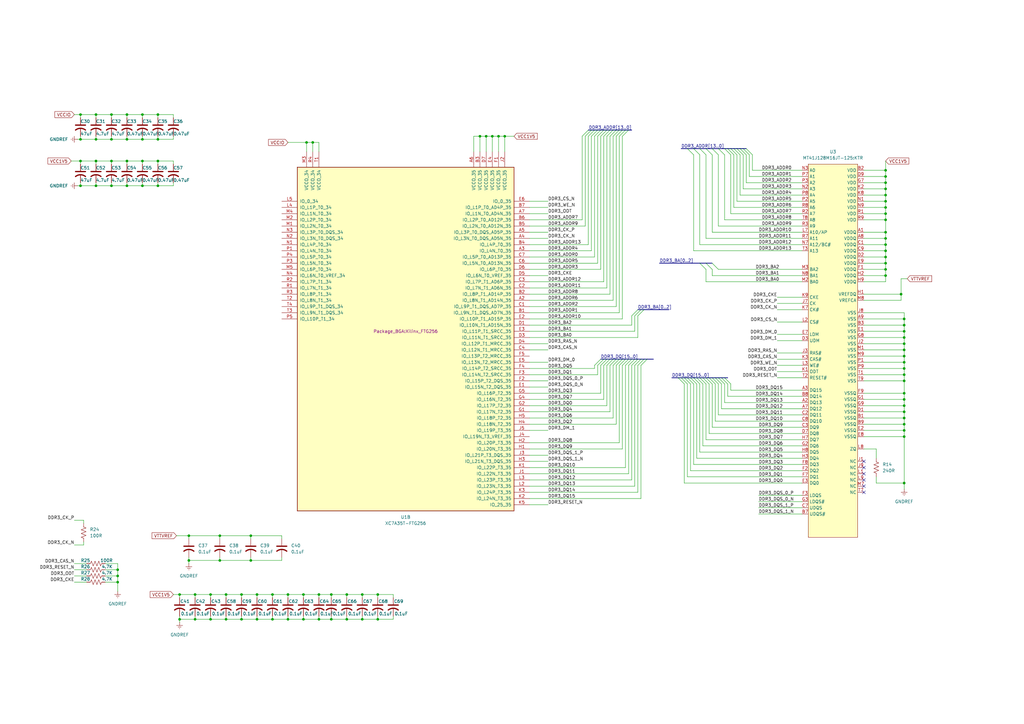
<source format=kicad_sch>
(kicad_sch (version 20250114) (generator "eeschema") (generator_version "9.0")
  (paper "A3")
  (junction (at 102.87 229.87))
  (junction (at 33.02 76.2))
  (junction (at 363.22 90.17))
  (junction (at 370.84 161.29))
  (junction (at 370.84 171.45))
  (junction (at 363.22 74.93))
  (junction (at 363.22 69.85))
  (junction (at 207.01 55.88))
  (junction (at 148.59 254))
  (junction (at 363.22 80.01))
  (junction (at 363.22 107.95))
  (junction (at 196.85 55.88))
  (junction (at 77.47 229.87))
  (junction (at 370.84 168.91))
  (junction (at 52.07 76.2))
  (junction (at 99.06 254))
  (junction (at 370.84 140.97))
  (junction (at 92.71 243.84))
  (junction (at 370.84 166.37))
  (junction (at 370.84 135.89))
  (junction (at 99.06 243.84))
  (junction (at 363.22 97.79))
  (junction (at 363.22 102.87))
  (junction (at 125.73 58.42))
  (junction (at 92.71 254))
  (junction (at 370.84 173.99))
  (junction (at 90.17 229.87))
  (junction (at 45.72 46.99))
  (junction (at 80.01 243.84))
  (junction (at 370.84 146.05))
  (junction (at 33.02 66.04))
  (junction (at 73.66 254))
  (junction (at 201.93 55.88))
  (junction (at 111.76 243.84))
  (junction (at 48.26 236.22))
  (junction (at 39.37 57.15))
  (junction (at 148.59 243.84))
  (junction (at 58.42 46.99))
  (junction (at 45.72 57.15))
  (junction (at 204.47 55.88))
  (junction (at 154.94 254))
  (junction (at 128.27 58.42))
  (junction (at 33.02 46.99))
  (junction (at 142.24 254))
  (junction (at 48.26 233.68))
  (junction (at 363.22 85.09))
  (junction (at 33.02 57.15))
  (junction (at 363.22 77.47))
  (junction (at 39.37 66.04))
  (junction (at 86.36 243.84))
  (junction (at 135.89 243.84))
  (junction (at 105.41 243.84))
  (junction (at 363.22 82.55))
  (junction (at 52.07 57.15))
  (junction (at 370.84 151.13))
  (junction (at 118.11 254))
  (junction (at 102.87 219.71))
  (junction (at 142.24 243.84))
  (junction (at 64.77 66.04))
  (junction (at 370.84 133.35))
  (junction (at 64.77 76.2))
  (junction (at 363.22 110.49))
  (junction (at 130.81 254))
  (junction (at 105.41 254))
  (junction (at 370.84 148.59))
  (junction (at 370.84 176.53))
  (junction (at 130.81 243.84))
  (junction (at 363.22 87.63))
  (junction (at 124.46 243.84))
  (junction (at 39.37 46.99))
  (junction (at 52.07 66.04))
  (junction (at 64.77 57.15))
  (junction (at 370.84 156.21))
  (junction (at 52.07 46.99))
  (junction (at 370.84 163.83))
  (junction (at 363.22 113.03))
  (junction (at 77.47 219.71))
  (junction (at 154.94 243.84))
  (junction (at 45.72 76.2))
  (junction (at 370.84 198.12))
  (junction (at 80.01 254))
  (junction (at 45.72 66.04))
  (junction (at 370.84 143.51))
  (junction (at 48.26 238.76))
  (junction (at 39.37 76.2))
  (junction (at 363.22 100.33))
  (junction (at 369.57 120.65))
  (junction (at 370.84 138.43))
  (junction (at 135.89 254))
  (junction (at 370.84 130.81))
  (junction (at 370.84 153.67))
  (junction (at 363.22 105.41))
  (junction (at 370.84 179.07))
  (junction (at 58.42 57.15))
  (junction (at 73.66 243.84))
  (junction (at 118.11 243.84))
  (junction (at 363.22 72.39))
  (junction (at 58.42 66.04))
  (junction (at 58.42 76.2))
  (junction (at 86.36 254))
  (junction (at 363.22 95.25))
  (junction (at 199.39 55.88))
  (junction (at 90.17 219.71))
  (junction (at 111.76 254))
  (junction (at 124.46 254))
  (junction (at 64.77 46.99))
  (no_connect (at 354.33 196.85))
  (no_connect (at 354.33 189.23))
  (no_connect (at 354.33 201.93))
  (no_connect (at 354.33 191.77))
  (no_connect (at 354.33 194.31))
  (no_connect (at 354.33 199.39))
  (bus_entry (at 285.75 154.94) (size 2.54 2.54))
  (bus_entry (at 254 53.34) (size -2.54 2.54))
  (bus_entry (at 261.62 127) (size -2.54 2.54))
  (bus_entry (at 247.65 53.34) (size -2.54 2.54))
  (bus_entry (at 251.46 147.32) (size -2.54 2.54))
  (bus_entry (at 242.57 53.34) (size -2.54 2.54))
  (bus_entry (at 299.72 60.96) (size 2.54 2.54))
  (bus_entry (at 264.16 147.32) (size -2.54 2.54))
  (bus_entry (at 306.07 60.96) (size 2.54 2.54))
  (bus_entry (at 300.99 60.96) (size 2.54 2.54))
  (bus_entry (at 284.48 154.94) (size 2.54 2.54))
  (bus_entry (at 250.19 53.34) (size -2.54 2.54))
  (bus_entry (at 292.1 60.96) (size 2.54 2.54))
  (bus_entry (at 251.46 53.34) (size -2.54 2.54))
  (bus_entry (at 264.16 127) (size -2.54 2.54))
  (bus_entry (at 256.54 147.32) (size -2.54 2.54))
  (bus_entry (at 246.38 147.32) (size -2.54 2.54))
  (bus_entry (at 245.11 53.34) (size -2.54 2.54))
  (bus_entry (at 243.84 53.34) (size -2.54 2.54))
  (bus_entry (at 262.89 127) (size -2.54 2.54))
  (bus_entry (at 283.21 154.94) (size 2.54 2.54))
  (bus_entry (at 287.02 60.96) (size 2.54 2.54))
  (bus_entry (at 281.94 154.94) (size 2.54 2.54))
  (bus_entry (at 255.27 53.34) (size -2.54 2.54))
  (bus_entry (at 289.56 107.95) (size 2.54 2.54))
  (bus_entry (at 293.37 154.94) (size 2.54 2.54))
  (bus_entry (at 303.53 60.96) (size 2.54 2.54))
  (bus_entry (at 250.19 147.32) (size -2.54 2.54))
  (bus_entry (at 262.89 147.32) (size -2.54 2.54))
  (bus_entry (at 302.26 60.96) (size 2.54 2.54))
  (bus_entry (at 294.64 60.96) (size 2.54 2.54))
  (bus_entry (at 292.1 107.95) (size 2.54 2.54))
  (bus_entry (at 298.45 60.96) (size 2.54 2.54))
  (bus_entry (at 289.56 154.94) (size 2.54 2.54))
  (bus_entry (at 252.73 53.34) (size -2.54 2.54))
  (bus_entry (at 290.83 154.94) (size 2.54 2.54))
  (bus_entry (at 265.43 147.32) (size -2.54 2.54))
  (bus_entry (at 248.92 147.32) (size -2.54 2.54))
  (bus_entry (at 255.27 147.32) (size -2.54 2.54))
  (bus_entry (at 294.64 154.94) (size 2.54 2.54))
  (bus_entry (at 248.92 53.34) (size -2.54 2.54))
  (bus_entry (at 284.48 60.96) (size 2.54 2.54))
  (bus_entry (at 279.4 154.94) (size 2.54 2.54))
  (bus_entry (at 260.35 147.32) (size -2.54 2.54))
  (bus_entry (at 289.56 60.96) (size 2.54 2.54))
  (bus_entry (at 297.18 154.94) (size 2.54 2.54))
  (bus_entry (at 241.3 53.34) (size -2.54 2.54))
  (bus_entry (at 278.13 154.94) (size 2.54 2.54))
  (bus_entry (at 252.73 147.32) (size -2.54 2.54))
  (bus_entry (at 256.54 53.34) (size -2.54 2.54))
  (bus_entry (at 254 147.32) (size -2.54 2.54))
  (bus_entry (at 297.18 60.96) (size 2.54 2.54))
  (bus_entry (at 287.02 107.95) (size 2.54 2.54))
  (bus_entry (at 247.65 147.32) (size -2.54 2.54))
  (bus_entry (at 295.91 154.94) (size 2.54 2.54))
  (bus_entry (at 292.1 154.94) (size 2.54 2.54))
  (bus_entry (at 257.81 53.34) (size -2.54 2.54))
  (bus_entry (at 281.94 60.96) (size 2.54 2.54))
  (bus_entry (at 280.67 154.94) (size 2.54 2.54))
  (bus_entry (at 287.02 154.94) (size 2.54 2.54))
  (bus_entry (at 259.08 147.32) (size -2.54 2.54))
  (bus_entry (at 261.62 147.32) (size -2.54 2.54))
  (bus_entry (at 304.8 60.96) (size 2.54 2.54))
  (bus_entry (at 246.38 53.34) (size -2.54 2.54))
  (bus_entry (at 288.29 154.94) (size 2.54 2.54))
  (bus_entry (at 257.81 147.32) (size -2.54 2.54))
  (wire (pts (xy 77.47 229.87) (xy 77.47 231.14)))
  (bus (pts (xy 279.4 60.96) (xy 281.94 60.96)))
  (wire (pts (xy 260.35 129.54) (xy 260.35 135.89)))
  (wire (pts (xy 64.77 57.15) (xy 58.42 57.15)))
  (wire (pts (xy 298.45 162.56) (xy 328.93 162.56)))
  (wire (pts (xy 99.06 243.84) (xy 92.71 243.84)))
  (wire (pts (xy 80.01 254) (xy 86.36 254)))
  (wire (pts (xy 354.33 69.85) (xy 363.22 69.85)))
  (wire (pts (xy 363.22 107.95) (xy 363.22 105.41)))
  (bus (pts (xy 281.94 60.96) (xy 284.48 60.96)))
  (wire (pts (xy 363.22 72.39) (xy 363.22 69.85)))
  (wire (pts (xy 58.42 46.99) (xy 64.77 46.99)))
  (wire (pts (xy 354.33 143.51) (xy 370.84 143.51)))
  (bus (pts (xy 254 147.32) (xy 255.27 147.32)))
  (bus (pts (xy 256.54 147.32) (xy 257.81 147.32)))
  (wire (pts (xy 283.21 193.04) (xy 328.93 193.04)))
  (wire (pts (xy 71.12 66.04) (xy 64.77 66.04)))
  (wire (pts (xy 354.33 140.97) (xy 370.84 140.97)))
  (wire (pts (xy 261.62 129.54) (xy 261.62 138.43)))
  (wire (pts (xy 71.12 67.31) (xy 71.12 66.04)))
  (wire (pts (xy 217.17 87.63) (xy 224.79 87.63)))
  (wire (pts (xy 125.73 58.42) (xy 125.73 62.23)))
  (wire (pts (xy 43.18 236.22) (xy 48.26 236.22)))
  (wire (pts (xy 300.99 63.5) (xy 300.99 85.09)))
  (wire (pts (xy 58.42 66.04) (xy 64.77 66.04)))
  (wire (pts (xy 293.37 157.48) (xy 293.37 172.72)))
  (wire (pts (xy 318.77 149.86) (xy 328.93 149.86)))
  (wire (pts (xy 354.33 153.67) (xy 370.84 153.67)))
  (wire (pts (xy 48.26 238.76) (xy 48.26 242.57)))
  (wire (pts (xy 283.21 157.48) (xy 283.21 193.04)))
  (wire (pts (xy 217.17 191.77) (xy 256.54 191.77)))
  (bus (pts (xy 259.08 147.32) (xy 260.35 147.32)))
  (wire (pts (xy 295.91 157.48) (xy 295.91 167.64)))
  (wire (pts (xy 217.17 110.49) (xy 246.38 110.49)))
  (bus (pts (xy 297.18 60.96) (xy 298.45 60.96)))
  (wire (pts (xy 370.84 130.81) (xy 370.84 133.35)))
  (wire (pts (xy 45.72 74.93) (xy 45.72 76.2)))
  (wire (pts (xy 92.71 254) (xy 99.06 254)))
  (wire (pts (xy 304.8 63.5) (xy 304.8 77.47)))
  (wire (pts (xy 111.76 254) (xy 118.11 254)))
  (wire (pts (xy 217.17 143.51) (xy 224.79 143.51)))
  (wire (pts (xy 77.47 220.98) (xy 77.47 219.71)))
  (wire (pts (xy 295.91 167.64) (xy 328.93 167.64)))
  (wire (pts (xy 80.01 252.73) (xy 80.01 254)))
  (bus (pts (xy 247.65 53.34) (xy 248.92 53.34)))
  (wire (pts (xy 45.72 76.2) (xy 39.37 76.2)))
  (bus (pts (xy 255.27 53.34) (xy 256.54 53.34)))
  (bus (pts (xy 287.02 60.96) (xy 289.56 60.96)))
  (wire (pts (xy 354.33 135.89) (xy 370.84 135.89)))
  (wire (pts (xy 58.42 57.15) (xy 52.07 57.15)))
  (wire (pts (xy 307.34 63.5) (xy 307.34 72.39)))
  (wire (pts (xy 217.17 151.13) (xy 243.84 151.13)))
  (wire (pts (xy 217.17 118.11) (xy 248.92 118.11)))
  (wire (pts (xy 363.22 82.55) (xy 363.22 80.01)))
  (wire (pts (xy 354.33 168.91) (xy 370.84 168.91)))
  (wire (pts (xy 370.84 156.21) (xy 370.84 161.29)))
  (wire (pts (xy 289.56 180.34) (xy 328.93 180.34)))
  (wire (pts (xy 354.33 72.39) (xy 363.22 72.39)))
  (wire (pts (xy 105.41 254) (xy 111.76 254)))
  (wire (pts (xy 217.17 194.31) (xy 257.81 194.31)))
  (wire (pts (xy 245.11 55.88) (xy 245.11 107.95)))
  (wire (pts (xy 307.34 72.39) (xy 328.93 72.39)))
  (wire (pts (xy 255.27 149.86) (xy 255.27 184.15)))
  (wire (pts (xy 363.22 110.49) (xy 363.22 107.95)))
  (wire (pts (xy 288.29 182.88) (xy 328.93 182.88)))
  (wire (pts (xy 102.87 219.71) (xy 90.17 219.71)))
  (wire (pts (xy 30.48 236.22) (xy 35.56 236.22)))
  (wire (pts (xy 71.12 57.15) (xy 64.77 57.15)))
  (wire (pts (xy 64.77 66.04) (xy 64.77 67.31)))
  (wire (pts (xy 280.67 157.48) (xy 280.67 198.12)))
  (bus (pts (xy 252.73 147.32) (xy 254 147.32)))
  (wire (pts (xy 354.33 100.33) (xy 363.22 100.33)))
  (wire (pts (xy 52.07 57.15) (xy 45.72 57.15)))
  (wire (pts (xy 287.02 63.5) (xy 287.02 100.33)))
  (wire (pts (xy 298.45 157.48) (xy 298.45 162.56)))
  (wire (pts (xy 39.37 76.2) (xy 33.02 76.2)))
  (wire (pts (xy 58.42 46.99) (xy 58.42 48.26)))
  (wire (pts (xy 207.01 55.88) (xy 207.01 62.23)))
  (wire (pts (xy 154.94 243.84) (xy 154.94 245.11)))
  (bus (pts (xy 295.91 154.94) (xy 297.18 154.94)))
  (wire (pts (xy 111.76 243.84) (xy 111.76 245.11)))
  (bus (pts (xy 293.37 154.94) (xy 294.64 154.94)))
  (wire (pts (xy 281.94 195.58) (xy 328.93 195.58)))
  (wire (pts (xy 43.18 233.68) (xy 48.26 233.68)))
  (wire (pts (xy 102.87 228.6) (xy 102.87 229.87)))
  (wire (pts (xy 217.17 133.35) (xy 259.08 133.35)))
  (wire (pts (xy 363.22 95.25) (xy 363.22 90.17)))
  (bus (pts (xy 261.62 147.32) (xy 262.89 147.32)))
  (wire (pts (xy 354.33 113.03) (xy 363.22 113.03)))
  (wire (pts (xy 73.66 243.84) (xy 71.12 243.84)))
  (bus (pts (xy 294.64 154.94) (xy 295.91 154.94)))
  (wire (pts (xy 303.53 63.5) (xy 303.53 80.01)))
  (wire (pts (xy 354.33 74.93) (xy 363.22 74.93)))
  (wire (pts (xy 33.02 74.93) (xy 33.02 76.2)))
  (wire (pts (xy 289.56 63.5) (xy 289.56 97.79)))
  (wire (pts (xy 294.64 92.71) (xy 328.93 92.71)))
  (wire (pts (xy 128.27 62.23) (xy 128.27 58.42)))
  (wire (pts (xy 354.33 120.65) (xy 369.57 120.65)))
  (wire (pts (xy 217.17 105.41) (xy 243.84 105.41)))
  (wire (pts (xy 154.94 254) (xy 161.29 254)))
  (wire (pts (xy 255.27 55.88) (xy 255.27 130.81)))
  (wire (pts (xy 105.41 243.84) (xy 99.06 243.84)))
  (bus (pts (xy 303.53 60.96) (xy 304.8 60.96)))
  (bus (pts (xy 261.62 127) (xy 262.89 127)))
  (wire (pts (xy 354.33 163.83) (xy 370.84 163.83)))
  (bus (pts (xy 279.4 154.94) (xy 280.67 154.94)))
  (wire (pts (xy 217.17 107.95) (xy 245.11 107.95)))
  (wire (pts (xy 363.22 69.85) (xy 363.22 66.04)))
  (wire (pts (xy 45.72 55.88) (xy 45.72 57.15)))
  (wire (pts (xy 90.17 220.98) (xy 90.17 219.71)))
  (wire (pts (xy 217.17 148.59) (xy 224.79 148.59)))
  (wire (pts (xy 306.07 74.93) (xy 328.93 74.93)))
  (wire (pts (xy 299.72 63.5) (xy 299.72 87.63)))
  (wire (pts (xy 241.3 55.88) (xy 241.3 100.33)))
  (wire (pts (xy 370.84 146.05) (xy 370.84 148.59)))
  (wire (pts (xy 290.83 177.8) (xy 328.93 177.8)))
  (wire (pts (xy 142.24 243.84) (xy 135.89 243.84)))
  (wire (pts (xy 217.17 186.69) (xy 224.79 186.69)))
  (bus (pts (xy 287.02 154.94) (xy 288.29 154.94)))
  (wire (pts (xy 210.82 55.88) (xy 207.01 55.88)))
  (wire (pts (xy 33.02 55.88) (xy 33.02 57.15)))
  (wire (pts (xy 240.03 55.88) (xy 240.03 92.71)))
  (bus (pts (xy 248.92 147.32) (xy 250.19 147.32)))
  (bus (pts (xy 297.18 154.94) (xy 298.45 154.94)))
  (wire (pts (xy 370.84 179.07) (xy 370.84 198.12)))
  (wire (pts (xy 124.46 252.73) (xy 124.46 254)))
  (wire (pts (xy 354.33 77.47) (xy 363.22 77.47)))
  (wire (pts (xy 43.18 231.14) (xy 48.26 231.14)))
  (bus (pts (xy 257.81 53.34) (xy 259.08 53.34)))
  (wire (pts (xy 354.33 151.13) (xy 370.84 151.13)))
  (bus (pts (xy 285.75 154.94) (xy 287.02 154.94)))
  (wire (pts (xy 201.93 55.88) (xy 201.93 62.23)))
  (wire (pts (xy 297.18 90.17) (xy 328.93 90.17)))
  (wire (pts (xy 370.84 198.12) (xy 359.41 198.12)))
  (wire (pts (xy 370.84 161.29) (xy 370.84 163.83)))
  (bus (pts (xy 270.51 107.95) (xy 287.02 107.95)))
  (wire (pts (xy 148.59 254) (xy 154.94 254)))
  (wire (pts (xy 204.47 55.88) (xy 204.47 62.23)))
  (wire (pts (xy 299.72 160.02) (xy 328.93 160.02)))
  (wire (pts (xy 39.37 46.99) (xy 45.72 46.99)))
  (bus (pts (xy 243.84 53.34) (xy 245.11 53.34)))
  (wire (pts (xy 302.26 82.55) (xy 328.93 82.55)))
  (wire (pts (xy 92.71 243.84) (xy 86.36 243.84)))
  (wire (pts (xy 289.56 115.57) (xy 328.93 115.57)))
  (wire (pts (xy 370.84 176.53) (xy 370.84 179.07)))
  (wire (pts (xy 354.33 156.21) (xy 370.84 156.21)))
  (wire (pts (xy 354.33 173.99) (xy 370.84 173.99)))
  (wire (pts (xy 39.37 55.88) (xy 39.37 57.15)))
  (wire (pts (xy 34.29 214.63) (xy 34.29 213.36)))
  (bus (pts (xy 241.3 53.34) (xy 242.57 53.34)))
  (wire (pts (xy 217.17 199.39) (xy 260.35 199.39)))
  (wire (pts (xy 246.38 55.88) (xy 246.38 110.49)))
  (wire (pts (xy 201.93 55.88) (xy 199.39 55.88)))
  (bus (pts (xy 284.48 154.94) (xy 285.75 154.94)))
  (bus (pts (xy 300.99 60.96) (xy 302.26 60.96)))
  (wire (pts (xy 370.84 173.99) (xy 370.84 176.53)))
  (wire (pts (xy 148.59 252.73) (xy 148.59 254)))
  (wire (pts (xy 308.61 69.85) (xy 328.93 69.85)))
  (wire (pts (xy 306.07 63.5) (xy 306.07 74.93)))
  (wire (pts (xy 318.77 137.16) (xy 328.93 137.16)))
  (wire (pts (xy 217.17 171.45) (xy 251.46 171.45)))
  (wire (pts (xy 217.17 90.17) (xy 238.76 90.17)))
  (wire (pts (xy 217.17 115.57) (xy 247.65 115.57)))
  (wire (pts (xy 354.33 179.07) (xy 370.84 179.07)))
  (wire (pts (xy 142.24 254) (xy 148.59 254)))
  (wire (pts (xy 250.19 149.86) (xy 250.19 168.91)))
  (wire (pts (xy 370.84 128.27) (xy 370.84 130.81)))
  (wire (pts (xy 370.84 143.51) (xy 370.84 146.05)))
  (wire (pts (xy 363.22 102.87) (xy 363.22 100.33)))
  (wire (pts (xy 311.15 208.28) (xy 328.93 208.28)))
  (wire (pts (xy 257.81 149.86) (xy 257.81 194.31)))
  (wire (pts (xy 217.17 82.55) (xy 224.79 82.55)))
  (wire (pts (xy 354.33 148.59) (xy 370.84 148.59)))
  (wire (pts (xy 354.33 115.57) (xy 363.22 115.57)))
  (wire (pts (xy 354.33 85.09) (xy 363.22 85.09)))
  (wire (pts (xy 92.71 243.84) (xy 92.71 245.11)))
  (wire (pts (xy 58.42 74.93) (xy 58.42 76.2)))
  (wire (pts (xy 294.64 110.49) (xy 328.93 110.49)))
  (wire (pts (xy 111.76 252.73) (xy 111.76 254)))
  (wire (pts (xy 52.07 76.2) (xy 45.72 76.2)))
  (wire (pts (xy 363.22 115.57) (xy 363.22 113.03)))
  (wire (pts (xy 58.42 66.04) (xy 58.42 67.31)))
  (wire (pts (xy 90.17 228.6) (xy 90.17 229.87)))
  (wire (pts (xy 118.11 243.84) (xy 111.76 243.84)))
  (wire (pts (xy 90.17 229.87) (xy 77.47 229.87)))
  (wire (pts (xy 217.17 181.61) (xy 254 181.61)))
  (wire (pts (xy 217.17 138.43) (xy 261.62 138.43)))
  (wire (pts (xy 289.56 110.49) (xy 289.56 115.57)))
  (wire (pts (xy 370.84 166.37) (xy 370.84 168.91)))
  (wire (pts (xy 359.41 198.12) (xy 359.41 195.58)))
  (wire (pts (xy 294.64 63.5) (xy 294.64 92.71)))
  (wire (pts (xy 297.18 157.48) (xy 297.18 165.1)))
  (bus (pts (xy 278.13 154.94) (xy 279.4 154.94)))
  (bus (pts (xy 250.19 147.32) (xy 251.46 147.32)))
  (wire (pts (xy 199.39 55.88) (xy 196.85 55.88)))
  (wire (pts (xy 217.17 173.99) (xy 252.73 173.99)))
  (wire (pts (xy 370.84 148.59) (xy 370.84 151.13)))
  (wire (pts (xy 217.17 92.71) (xy 240.03 92.71)))
  (wire (pts (xy 354.33 102.87) (xy 363.22 102.87)))
  (wire (pts (xy 217.17 128.27) (xy 254 128.27)))
  (wire (pts (xy 33.02 76.2) (xy 31.75 76.2)))
  (wire (pts (xy 48.26 233.68) (xy 48.26 236.22)))
  (wire (pts (xy 148.59 243.84) (xy 142.24 243.84)))
  (wire (pts (xy 33.02 46.99) (xy 33.02 48.26)))
  (wire (pts (xy 243.84 149.86) (xy 243.84 151.13)))
  (wire (pts (xy 102.87 219.71) (xy 102.87 220.98)))
  (bus (pts (xy 255.27 147.32) (xy 256.54 147.32)))
  (wire (pts (xy 217.17 189.23) (xy 224.79 189.23)))
  (wire (pts (xy 86.36 252.73) (xy 86.36 254)))
  (wire (pts (xy 105.41 252.73) (xy 105.41 254)))
  (wire (pts (xy 254 149.86) (xy 254 181.61)))
  (wire (pts (xy 217.17 161.29) (xy 246.38 161.29)))
  (wire (pts (xy 292.1 175.26) (xy 328.93 175.26)))
  (wire (pts (xy 293.37 172.72) (xy 328.93 172.72)))
  (wire (pts (xy 370.84 198.12) (xy 370.84 200.66)))
  (wire (pts (xy 354.33 80.01) (xy 363.22 80.01)))
  (wire (pts (xy 304.8 77.47) (xy 328.93 77.47)))
  (wire (pts (xy 45.72 66.04) (xy 52.07 66.04)))
  (bus (pts (xy 299.72 60.96) (xy 300.99 60.96)))
  (wire (pts (xy 204.47 55.88) (xy 201.93 55.88)))
  (bus (pts (xy 298.45 60.96) (xy 299.72 60.96)))
  (wire (pts (xy 251.46 149.86) (xy 251.46 171.45)))
  (wire (pts (xy 297.18 63.5) (xy 297.18 90.17)))
  (wire (pts (xy 80.01 243.84) (xy 80.01 245.11)))
  (wire (pts (xy 217.17 156.21) (xy 224.79 156.21)))
  (wire (pts (xy 128.27 58.42) (xy 125.73 58.42)))
  (wire (pts (xy 261.62 149.86) (xy 261.62 201.93)))
  (wire (pts (xy 248.92 55.88) (xy 248.92 118.11)))
  (bus (pts (xy 245.11 53.34) (xy 246.38 53.34)))
  (wire (pts (xy 370.84 135.89) (xy 370.84 138.43)))
  (wire (pts (xy 292.1 110.49) (xy 292.1 113.03)))
  (wire (pts (xy 217.17 95.25) (xy 224.79 95.25)))
  (wire (pts (xy 288.29 157.48) (xy 288.29 182.88)))
  (wire (pts (xy 370.84 140.97) (xy 370.84 143.51)))
  (wire (pts (xy 86.36 243.84) (xy 86.36 245.11)))
  (wire (pts (xy 318.77 139.7) (xy 328.93 139.7)))
  (wire (pts (xy 52.07 66.04) (xy 58.42 66.04)))
  (wire (pts (xy 250.19 55.88) (xy 250.19 120.65)))
  (bus (pts (xy 283.21 154.94) (xy 284.48 154.94)))
  (wire (pts (xy 124.46 243.84) (xy 124.46 245.11)))
  (wire (pts (xy 363.22 97.79) (xy 363.22 95.25)))
  (wire (pts (xy 285.75 157.48) (xy 285.75 187.96)))
  (wire (pts (xy 369.57 120.65) (xy 369.57 114.3)))
  (wire (pts (xy 154.94 252.73) (xy 154.94 254)))
  (wire (pts (xy 73.66 252.73) (xy 73.66 254)))
  (bus (pts (xy 246.38 53.34) (xy 247.65 53.34)))
  (wire (pts (xy 71.12 46.99) (xy 64.77 46.99)))
  (wire (pts (xy 199.39 55.88) (xy 199.39 62.23)))
  (bus (pts (xy 242.57 53.34) (xy 243.84 53.34)))
  (wire (pts (xy 354.33 82.55) (xy 363.22 82.55)))
  (wire (pts (xy 30.48 231.14) (xy 35.56 231.14)))
  (wire (pts (xy 48.26 236.22) (xy 48.26 238.76)))
  (wire (pts (xy 217.17 153.67) (xy 245.11 153.67)))
  (wire (pts (xy 71.12 74.93) (xy 71.12 76.2)))
  (wire (pts (xy 354.33 107.95) (xy 363.22 107.95)))
  (wire (pts (xy 318.77 121.92) (xy 328.93 121.92)))
  (wire (pts (xy 281.94 157.48) (xy 281.94 195.58)))
  (wire (pts (xy 217.17 201.93) (xy 261.62 201.93)))
  (wire (pts (xy 262.89 149.86) (xy 262.89 204.47)))
  (wire (pts (xy 217.17 120.65) (xy 250.19 120.65)))
  (wire (pts (xy 142.24 243.84) (xy 142.24 245.11)))
  (wire (pts (xy 111.76 243.84) (xy 105.41 243.84)))
  (wire (pts (xy 369.57 114.3) (xy 372.11 114.3)))
  (bus (pts (xy 264.16 127) (xy 274.32 127)))
  (wire (pts (xy 363.22 77.47) (xy 363.22 74.93)))
  (wire (pts (xy 130.81 252.73) (xy 130.81 254)))
  (wire (pts (xy 52.07 46.99) (xy 58.42 46.99)))
  (wire (pts (xy 73.66 243.84) (xy 73.66 245.11)))
  (bus (pts (xy 289.56 60.96) (xy 292.1 60.96)))
  (wire (pts (xy 118.11 252.73) (xy 118.11 254)))
  (wire (pts (xy 33.02 57.15) (xy 31.75 57.15)))
  (wire (pts (xy 48.26 231.14) (xy 48.26 233.68)))
  (wire (pts (xy 217.17 125.73) (xy 252.73 125.73)))
  (wire (pts (xy 217.17 163.83) (xy 247.65 163.83)))
  (wire (pts (xy 354.33 110.49) (xy 363.22 110.49)))
  (wire (pts (xy 354.33 97.79) (xy 363.22 97.79)))
  (wire (pts (xy 363.22 105.41) (xy 363.22 102.87)))
  (wire (pts (xy 217.17 140.97) (xy 224.79 140.97)))
  (wire (pts (xy 302.26 63.5) (xy 302.26 82.55)))
  (wire (pts (xy 124.46 243.84) (xy 118.11 243.84)))
  (wire (pts (xy 354.33 133.35) (xy 370.84 133.35)))
  (wire (pts (xy 99.06 254) (xy 105.41 254)))
  (wire (pts (xy 135.89 243.84) (xy 135.89 245.11)))
  (bus (pts (xy 262.89 127) (xy 264.16 127)))
  (wire (pts (xy 217.17 130.81) (xy 255.27 130.81)))
  (wire (pts (xy 363.22 74.93) (xy 363.22 72.39)))
  (wire (pts (xy 118.11 58.42) (xy 125.73 58.42)))
  (wire (pts (xy 52.07 55.88) (xy 52.07 57.15)))
  (wire (pts (xy 370.84 133.35) (xy 370.84 135.89)))
  (bus (pts (xy 302.26 60.96) (xy 303.53 60.96)))
  (wire (pts (xy 363.22 100.33) (xy 363.22 97.79)))
  (wire (pts (xy 252.73 55.88) (xy 252.73 125.73)))
  (wire (pts (xy 45.72 46.99) (xy 45.72 48.26)))
  (wire (pts (xy 45.72 57.15) (xy 39.37 57.15)))
  (wire (pts (xy 354.33 166.37) (xy 370.84 166.37)))
  (wire (pts (xy 80.01 243.84) (xy 73.66 243.84)))
  (wire (pts (xy 311.15 210.82) (xy 328.93 210.82)))
  (wire (pts (xy 354.33 90.17) (xy 363.22 90.17)))
  (wire (pts (xy 290.83 157.48) (xy 290.83 177.8)))
  (wire (pts (xy 135.89 254) (xy 142.24 254)))
  (wire (pts (xy 287.02 100.33) (xy 328.93 100.33)))
  (bus (pts (xy 252.73 53.34) (xy 254 53.34)))
  (wire (pts (xy 318.77 147.32) (xy 328.93 147.32)))
  (wire (pts (xy 287.02 157.48) (xy 287.02 185.42)))
  (wire (pts (xy 77.47 219.71) (xy 72.39 219.71)))
  (bus (pts (xy 294.64 60.96) (xy 297.18 60.96)))
  (wire (pts (xy 86.36 243.84) (xy 80.01 243.84)))
  (wire (pts (xy 363.22 85.09) (xy 363.22 82.55)))
  (wire (pts (xy 285.75 187.96) (xy 328.93 187.96)))
  (wire (pts (xy 370.84 138.43) (xy 370.84 140.97)))
  (wire (pts (xy 292.1 95.25) (xy 328.93 95.25)))
  (wire (pts (xy 318.77 154.94) (xy 328.93 154.94)))
  (wire (pts (xy 369.57 123.19) (xy 369.57 120.65)))
  (wire (pts (xy 39.37 66.04) (xy 39.37 67.31)))
  (wire (pts (xy 217.17 97.79) (xy 224.79 97.79)))
  (wire (pts (xy 30.48 46.99) (xy 33.02 46.99)))
  (wire (pts (xy 354.33 184.15) (xy 359.41 184.15)))
  (wire (pts (xy 64.77 74.93) (xy 64.77 76.2)))
  (wire (pts (xy 34.29 222.25) (xy 34.29 223.52)))
  (wire (pts (xy 354.33 128.27) (xy 370.84 128.27)))
  (wire (pts (xy 33.02 66.04) (xy 39.37 66.04)))
  (wire (pts (xy 58.42 76.2) (xy 52.07 76.2)))
  (wire (pts (xy 370.84 163.83) (xy 370.84 166.37)))
  (bus (pts (xy 264.16 147.32) (xy 265.43 147.32)))
  (bus (pts (xy 250.19 53.34) (xy 251.46 53.34)))
  (wire (pts (xy 318.77 152.4) (xy 328.93 152.4)))
  (wire (pts (xy 217.17 113.03) (xy 224.79 113.03)))
  (wire (pts (xy 118.11 254) (xy 124.46 254)))
  (wire (pts (xy 299.72 157.48) (xy 299.72 160.02)))
  (wire (pts (xy 294.64 157.48) (xy 294.64 170.18)))
  (wire (pts (xy 130.81 243.84) (xy 130.81 245.11)))
  (wire (pts (xy 354.33 171.45) (xy 370.84 171.45)))
  (bus (pts (xy 284.48 60.96) (xy 287.02 60.96)))
  (wire (pts (xy 77.47 228.6) (xy 77.47 229.87)))
  (wire (pts (xy 52.07 46.99) (xy 52.07 48.26)))
  (wire (pts (xy 217.17 166.37) (xy 248.92 166.37)))
  (wire (pts (xy 217.17 135.89) (xy 260.35 135.89)))
  (wire (pts (xy 254 55.88) (xy 254 128.27)))
  (wire (pts (xy 243.84 55.88) (xy 243.84 105.41)))
  (bus (pts (xy 289.56 107.95) (xy 292.1 107.95)))
  (wire (pts (xy 39.37 66.04) (xy 45.72 66.04)))
  (wire (pts (xy 73.66 254) (xy 73.66 255.27)))
  (wire (pts (xy 45.72 66.04) (xy 45.72 67.31)))
  (bus (pts (xy 257.81 147.32) (xy 259.08 147.32)))
  (wire (pts (xy 52.07 74.93) (xy 52.07 76.2)))
  (wire (pts (xy 105.41 243.84) (xy 105.41 245.11)))
  (wire (pts (xy 242.57 55.88) (xy 242.57 102.87)))
  (bus (pts (xy 290.83 154.94) (xy 292.1 154.94)))
  (bus (pts (xy 280.67 154.94) (xy 281.94 154.94)))
  (wire (pts (xy 45.72 46.99) (xy 52.07 46.99)))
  (wire (pts (xy 260.35 149.86) (xy 260.35 199.39)))
  (wire (pts (xy 161.29 252.73) (xy 161.29 254)))
  (wire (pts (xy 39.37 46.99) (xy 39.37 48.26)))
  (bus (pts (xy 304.8 60.96) (xy 306.07 60.96)))
  (wire (pts (xy 247.65 55.88) (xy 247.65 115.57)))
  (wire (pts (xy 284.48 190.5) (xy 328.93 190.5)))
  (wire (pts (xy 363.22 90.17) (xy 363.22 87.63)))
  (wire (pts (xy 135.89 252.73) (xy 135.89 254)))
  (wire (pts (xy 284.48 157.48) (xy 284.48 190.5)))
  (bus (pts (xy 248.92 53.34) (xy 250.19 53.34)))
  (wire (pts (xy 217.17 168.91) (xy 250.19 168.91)))
  (wire (pts (xy 92.71 252.73) (xy 92.71 254)))
  (bus (pts (xy 281.94 154.94) (xy 283.21 154.94)))
  (wire (pts (xy 318.77 144.78) (xy 328.93 144.78)))
  (wire (pts (xy 251.46 55.88) (xy 251.46 123.19)))
  (wire (pts (xy 280.67 198.12) (xy 328.93 198.12)))
  (wire (pts (xy 148.59 243.84) (xy 148.59 245.11)))
  (wire (pts (xy 115.57 228.6) (xy 115.57 229.87)))
  (bus (pts (xy 254 53.34) (xy 255.27 53.34)))
  (wire (pts (xy 247.65 149.86) (xy 247.65 163.83)))
  (wire (pts (xy 86.36 254) (xy 92.71 254)))
  (wire (pts (xy 217.17 176.53) (xy 224.79 176.53)))
  (wire (pts (xy 64.77 55.88) (xy 64.77 57.15)))
  (wire (pts (xy 308.61 69.85) (xy 308.61 63.5)))
  (wire (pts (xy 34.29 213.36) (xy 30.48 213.36)))
  (wire (pts (xy 33.02 46.99) (xy 39.37 46.99)))
  (wire (pts (xy 354.33 138.43) (xy 370.84 138.43)))
  (wire (pts (xy 354.33 123.19) (xy 369.57 123.19)))
  (wire (pts (xy 130.81 62.23) (xy 130.81 58.42)))
  (bus (pts (xy 251.46 147.32) (xy 252.73 147.32)))
  (bus (pts (xy 260.35 147.32) (xy 261.62 147.32)))
  (bus (pts (xy 289.56 154.94) (xy 290.83 154.94)))
  (wire (pts (xy 30.48 238.76) (xy 35.56 238.76)))
  (wire (pts (xy 64.77 46.99) (xy 64.77 48.26)))
  (wire (pts (xy 359.41 184.15) (xy 359.41 187.96)))
  (wire (pts (xy 64.77 76.2) (xy 58.42 76.2)))
  (wire (pts (xy 142.24 252.73) (xy 142.24 254)))
  (bus (pts (xy 246.38 147.32) (xy 247.65 147.32)))
  (wire (pts (xy 256.54 149.86) (xy 256.54 191.77)))
  (wire (pts (xy 207.01 55.88) (xy 204.47 55.88)))
  (wire (pts (xy 370.84 168.91) (xy 370.84 171.45)))
  (bus (pts (xy 292.1 154.94) (xy 293.37 154.94)))
  (wire (pts (xy 52.07 66.04) (xy 52.07 67.31)))
  (wire (pts (xy 217.17 207.01) (xy 224.79 207.01)))
  (bus (pts (xy 292.1 60.96) (xy 294.64 60.96)))
  (wire (pts (xy 34.29 223.52) (xy 30.48 223.52)))
  (wire (pts (xy 370.84 153.67) (xy 370.84 156.21)))
  (wire (pts (xy 99.06 243.84) (xy 99.06 245.11)))
  (bus (pts (xy 287.02 107.95) (xy 289.56 107.95)))
  (wire (pts (xy 300.99 85.09) (xy 328.93 85.09)))
  (wire (pts (xy 289.56 157.48) (xy 289.56 180.34)))
  (wire (pts (xy 363.22 113.03) (xy 363.22 110.49)))
  (wire (pts (xy 124.46 254) (xy 130.81 254)))
  (wire (pts (xy 303.53 80.01) (xy 328.93 80.01)))
  (wire (pts (xy 217.17 100.33) (xy 241.3 100.33)))
  (wire (pts (xy 363.22 80.01) (xy 363.22 77.47)))
  (wire (pts (xy 289.56 97.79) (xy 328.93 97.79)))
  (wire (pts (xy 43.18 238.76) (xy 48.26 238.76)))
  (wire (pts (xy 354.33 105.41) (xy 363.22 105.41)))
  (wire (pts (xy 71.12 55.88) (xy 71.12 57.15)))
  (wire (pts (xy 102.87 229.87) (xy 90.17 229.87)))
  (wire (pts (xy 294.64 170.18) (xy 328.93 170.18)))
  (bus (pts (xy 251.46 53.34) (xy 252.73 53.34)))
  (wire (pts (xy 161.29 243.84) (xy 154.94 243.84)))
  (wire (pts (xy 30.48 233.68) (xy 35.56 233.68)))
  (wire (pts (xy 194.31 55.88) (xy 194.31 62.23)))
  (wire (pts (xy 217.17 196.85) (xy 259.08 196.85)))
  (wire (pts (xy 248.92 149.86) (xy 248.92 166.37)))
  (wire (pts (xy 284.48 63.5) (xy 284.48 102.87)))
  (wire (pts (xy 354.33 161.29) (xy 370.84 161.29)))
  (wire (pts (xy 217.17 204.47) (xy 262.89 204.47)))
  (bus (pts (xy 288.29 154.94) (xy 289.56 154.94)))
  (wire (pts (xy 354.33 146.05) (xy 370.84 146.05)))
  (wire (pts (xy 196.85 55.88) (xy 194.31 55.88)))
  (wire (pts (xy 238.76 55.88) (xy 238.76 90.17)))
  (wire (pts (xy 354.33 95.25) (xy 363.22 95.25)))
  (wire (pts (xy 71.12 76.2) (xy 64.77 76.2)))
  (bus (pts (xy 256.54 53.34) (xy 257.81 53.34)))
  (wire (pts (xy 115.57 229.87) (xy 102.87 229.87)))
  (wire (pts (xy 245.11 149.86) (xy 245.11 153.67)))
  (wire (pts (xy 370.84 171.45) (xy 370.84 173.99)))
  (wire (pts (xy 118.11 243.84) (xy 118.11 245.11)))
  (wire (pts (xy 90.17 219.71) (xy 77.47 219.71)))
  (wire (pts (xy 370.84 151.13) (xy 370.84 153.67)))
  (wire (pts (xy 130.81 58.42) (xy 128.27 58.42)))
  (wire (pts (xy 135.89 243.84) (xy 130.81 243.84)))
  (wire (pts (xy 217.17 158.75) (xy 224.79 158.75)))
  (wire (pts (xy 71.12 48.26) (xy 71.12 46.99)))
  (wire (pts (xy 115.57 220.98) (xy 115.57 219.71)))
  (wire (pts (xy 246.38 149.86) (xy 246.38 161.29)))
  (wire (pts (xy 196.85 55.88) (xy 196.85 62.23)))
  (wire (pts (xy 161.29 245.11) (xy 161.29 243.84)))
  (wire (pts (xy 297.18 165.1) (xy 328.93 165.1)))
  (wire (pts (xy 73.66 254) (xy 80.01 254)))
  (wire (pts (xy 292.1 113.03) (xy 328.93 113.03)))
  (wire (pts (xy 217.17 184.15) (xy 255.27 184.15)))
  (wire (pts (xy 33.02 66.04) (xy 33.02 67.31)))
  (bus (pts (xy 247.65 147.32) (xy 248.92 147.32)))
  (wire (pts (xy 130.81 243.84) (xy 124.46 243.84)))
  (wire (pts (xy 363.22 87.63) (xy 363.22 85.09)))
  (wire (pts (xy 292.1 95.25) (xy 292.1 63.5)))
  (wire (pts (xy 217.17 102.87) (xy 242.57 102.87)))
  (wire (pts (xy 284.48 102.87) (xy 328.93 102.87)))
  (wire (pts (xy 354.33 130.81) (xy 370.84 130.81)))
  (wire (pts (xy 252.73 149.86) (xy 252.73 173.99)))
  (wire (pts (xy 354.33 87.63) (xy 363.22 87.63)))
  (wire (pts (xy 354.33 176.53) (xy 370.84 176.53)))
  (wire (pts (xy 311.15 203.2) (xy 328.93 203.2)))
  (wire (pts (xy 318.77 124.46) (xy 328.93 124.46)))
  (wire (pts (xy 287.02 185.42) (xy 328.93 185.42)))
  (wire (pts (xy 259.08 149.86) (xy 259.08 196.85)))
  (wire (pts (xy 29.21 66.04) (xy 33.02 66.04)))
  (wire (pts (xy 99.06 252.73) (xy 99.06 254)))
  (wire (pts (xy 217.17 85.09) (xy 224.79 85.09)))
  (wire (pts (xy 154.94 243.84) (xy 148.59 243.84)))
  (wire (pts (xy 217.17 123.19) (xy 251.46 123.19)))
  (wire (pts (xy 318.77 127) (xy 328.93 127)))
  (wire (pts (xy 259.08 129.54) (xy 259.08 133.35)))
  (wire (pts (xy 58.42 55.88) (xy 58.42 57.15)))
  (bus (pts (xy 262.89 147.32) (xy 264.16 147.32)))
  (wire (pts (xy 311.15 205.74) (xy 328.93 205.74)))
  (wire (pts (xy 299.72 87.63) (xy 328.93 87.63)))
  (wire (pts (xy 318.77 132.08) (xy 328.93 132.08)))
  (bus (pts (xy 275.59 154.94) (xy 278.13 154.94)))
  (bus (pts (xy 265.43 147.32) (xy 267.97 147.32)))
  (wire (pts (xy 39.37 57.15) (xy 33.02 57.15)))
  (wire (pts (xy 115.57 219.71) (xy 102.87 219.71)))
  (wire (pts (xy 292.1 157.48) (xy 292.1 175.26)))
  (wire (pts (xy 130.81 254) (xy 135.89 254)))
  (wire (pts (xy 39.37 74.93) (xy 39.37 76.2)))
  (label "DDR3_DM_1" (at 224.79 176.53 0))
  (label "DDR3_ADDR8" (at 312.42 90.17 0))
  (label "DDR3_DQ5" (at 224.79 151.13 0))
  (label "DDR3_DQ12" (at 224.79 196.85 0))
  (label "DDR3_ADDR11" (at 224.79 118.11 0))
  (label "DDR3_ADDR5" (at 224.79 107.95 0))
  (label "DDR3_DM_1" (at 318.77 139.7 180))
  (label "DDR3_DQ0" (at 311.15 198.12 0))
  (label "DDR3_DQS_0_N" (at 224.79 158.75 0))
  (label "DDR3_DQ5" (at 311.15 185.42 0))
  (label "DDR3_DQS_1_N" (at 311.15 210.82 0))
  (label "DDR3_DQ14" (at 309.88 162.56 0))
  (label "DDR3_ADDR10" (at 224.79 130.81 0))
  (label "DDR3_DQ15" (at 309.88 160.02 0))
  (label "DDR3_ADDR7" (at 312.42 87.63 0))
  (label "DDR3_BA[0..2]" (at 270.51 107.95 0))
  (label "DDR3_CAS_N" (at 224.79 143.51 0))
  (label "DDR3_DQS_1_P" (at 311.15 208.28 0))
  (label "DDR3_RAS_N" (at 224.79 140.97 0))
  (label "DDR3_DQ6" (at 311.15 182.88 0))
  (label "DDR3_CK_P" (at 30.48 213.36 180))
  (label "DDR3_ADDR12" (at 311.15 100.33 0))
  (label "DDR3_ADDR4" (at 224.79 102.87 0))
  (label "DDR3_RAS_N" (at 318.77 144.78 180))
  (label "DDR3_BA1" (at 309.88 113.03 0))
  (label "DDR3_DQ4" (at 311.15 187.96 0))
  (label "DDR3_DQ7" (at 311.15 180.34 0))
  (label "DDR3_RESET_N" (at 30.48 233.68 180))
  (label "DDR3_ADDR0" (at 312.42 69.85 0))
  (label "DDR3_DQ7" (at 224.79 163.83 0))
  (label "DDR3_ADDR2" (at 224.79 125.73 0))
  (label "DDR3_DQ[15..0]" (at 275.59 154.94 0))
  (label "DDR3_ODT" (at 318.77 152.4 180))
  (label "DDR3_CS_N" (at 224.79 82.55 0))
  (label "DDR3_ADDR3" (at 312.42 77.47 0))
  (label "DDR3_DQS_1_P" (at 224.79 186.69 0))
  (label "DDR3_ADDR8" (at 224.79 120.65 0))
  (label "DDR3_WE_N" (at 318.77 149.86 180))
  (label "DDR3_DQ9" (at 311.15 175.26 0))
  (label "DDR3_CK_N" (at 224.79 97.79 0))
  (label "DDR3_DQ[15..0]" (at 246.38 147.32 0))
  (label "DDR3_DQ6" (at 224.79 171.45 0))
  (label "DDR3_DQ4" (at 224.79 168.91 0))
  (label "DDR3_CK_P" (at 224.79 95.25 0))
  (label "DDR3_DQ11" (at 224.79 194.31 0))
  (label "DDR3_DQS_0_P" (at 224.79 156.21 0))
  (label "DDR3_BA0" (at 309.88 115.57 0))
  (label "DDR3_ADDR12" (at 224.79 115.57 0))
  (label "DDR3_DQS_1_N" (at 224.79 189.23 0))
  (label "DDR3_ADDR[13..0]" (at 279.4 60.96 0))
  (label "DDR3_BA[0..2]" (at 261.62 127 0))
  (label "DDR3_BA2" (at 224.79 133.35 0))
  (label "DDR3_ADDR9" (at 312.42 92.71 0))
  (label "DDR3_ODT" (at 224.79 87.63 0))
  (label "DDR3_DQ9" (at 224.79 184.15 0))
  (label "DDR3_DQ0" (at 224.79 166.37 0))
  (label "DDR3_BA2" (at 309.88 110.49 0))
  (label "DDR3_CKE" (at 318.77 121.92 180))
  (label "DDR3_ADDR6" (at 312.42 85.09 0))
  (label "DDR3_DQ3" (at 224.79 161.29 0))
  (label "DDR3_CK_N" (at 30.48 223.52 180))
  (label "DDR3_CAS_N" (at 30.48 231.14 180))
  (label "DDR3_DQ14" (at 224.79 201.93 0))
  (label "DDR3_ADDR1" (at 224.79 128.27 0))
  (label "DDR3_ADDR13" (at 224.79 100.33 0))
  (label "DDR3_BA1" (at 224.79 135.89 0))
  (label "DDR3_RESET_N" (at 224.79 207.01 0))
  (label "DDR3_CKE" (at 30.48 238.76 180))
  (label "DDR3_DQ2" (at 311.15 193.04 0))
  (label "DDR3_BA0" (at 224.79 138.43 0))
  (label "DDR3_DQ10" (at 309.88 172.72 0))
  (label "DDR3_ADDR2" (at 312.42 74.93 0))
  (label "DDR3_DQ12" (at 309.88 167.64 0))
  (label "DDR3_ADDR7" (at 224.79 90.17 0))
  (label "DDR3_DQ1" (at 311.15 195.58 0))
  (label "DDR3_DQ13" (at 309.88 165.1 0))
  (label "DDR3_ADDR[13..0]" (at 259.08 53.34 180))
  (label "DDR3_RESET_N" (at 318.77 154.94 180))
  (label "DDR3_CK_P" (at 318.77 124.46 180))
  (label "DDR3_ADDR4" (at 312.42 80.01 0))
  (label "DDR3_DQ8" (at 224.79 181.61 0))
  (label "DDR3_DQS_0_P" (at 311.15 203.2 0))
  (label "DDR3_ADDR10" (at 311.15 95.25 0))
  (label "DDR3_DQ11" (at 309.88 170.18 0))
  (label "DDR3_DQ15" (at 224.79 204.47 0))
  (label "DDR3_DQS_0_N" (at 311.15 205.74 0))
  (label "DDR3_DQ2" (at 224.79 173.99 0))
  (label "DDR3_DQ8" (at 311.15 177.8 0))
  (label "DDR3_DQ3" (at 311.15 190.5 0))
  (label "DDR3_DQ1" (at 224.79 153.67 0))
  (label "DDR3_ADDR6" (at 224.79 123.19 0))
  (label "DDR3_CAS_N" (at 318.77 147.32 180))
  (label "DDR3_ADDR11" (at 311.15 97.79 0))
  (label "DDR3_ODT" (at 30.48 236.22 180))
  (label "DDR3_WE_N" (at 224.79 85.09 0))
  (label "DDR3_ADDR0" (at 224.79 105.41 0))
  (label "DDR3_CKE" (at 224.79 113.03 0))
  (label "DDR3_ADDR9" (at 224.79 92.71 0))
  (label "DDR3_ADDR3" (at 224.79 110.49 0))
  (label "DDR3_ADDR5" (at 312.42 82.55 0))
  (label "DDR3_CK_N" (at 318.77 127 180))
  (label "DDR3_DM_0" (at 224.79 148.59 0))
  (label "DDR3_ADDR13" (at 311.15 102.87 0))
  (label "DDR3_DQ13" (at 224.79 199.39 0))
  (label "DDR3_CS_N" (at 318.77 132.08 180))
  (label "DDR3_DQ10" (at 224.79 191.77 0))
  (label "DDR3_DM_0" (at 318.77 137.16 180))
  (label "DDR3_ADDR1" (at 312.42 72.39 0))
  (global_label "VCCIO" (shape input) (at 118.11 58.42 180) (property "Intersheetrefs" "${INTERSHEET_REFS}" (effects (hide yes))))
  (global_label "VCCIO" (shape input) (at 30.48 46.99 180) (property "Intersheetrefs" "${INTERSHEET_REFS}" (effects (hide yes))))
  (global_label "VCC1V5" (shape input) (at 29.21 66.04 180) (property "Intersheetrefs" "${INTERSHEET_REFS}" (effects (hide yes))))
  (global_label "VCC1V5" (shape input) (at 71.12 243.84 180) (property "Intersheetrefs" "${INTERSHEET_REFS}" (effects (hide yes))))
  (global_label "VCC1V5" (shape input) (at 210.82 55.88 0) (property "Intersheetrefs" "${INTERSHEET_REFS}" (effects (hide yes))))
  (global_label "VTTVREF" (shape input) (at 372.11 114.3 0) (property "Intersheetrefs" "${INTERSHEET_REFS}" (effects (hide yes))))
  (global_label "VTTVREF" (shape input) (at 72.39 219.71 180) (property "Intersheetrefs" "${INTERSHEET_REFS}" (effects (hide yes))))
  (global_label "VCC1V5" (shape input) (at 363.22 66.04 0) (property "Intersheetrefs" "${INTERSHEET_REFS}" (effects (hide yes))))
  (symbol (lib_id "Device:C_US") (at 39.37 52.07 0) (unit 1)
    (property "Reference" "C31" (at 39.37 49.784 0) (effects (justify left)))
    (property "Value" "4.7uF" (at 39.37 54.864 0) (effects (justify left)))
    (property "Footprint" "Capacitor_SMD:C_0201_0603Metric" (effects (hide yes)))
    (property "Description" "capacitor, US symbol" (effects (hide yes)))
  )
  (symbol (lib_id "Device:C_US") (at 64.77 71.12 0) (unit 1)
    (property "Reference" "C56" (at 64.77 68.834 0) (effects (justify left)))
    (property "Value" "0.47uF" (at 64.77 73.914 0) (effects (justify left)))
    (property "Footprint" "Capacitor_SMD:C_0201_0603Metric" (effects (hide yes)))
    (property "Description" "capacitor, US symbol" (effects (hide yes)))
  )
  (symbol (lib_id "Device:C_US") (at 161.29 248.92 0) (unit 1)
    (property "Reference" "C69" (at 161.544 246.634 0) (effects (justify left)))
    (property "Value" "0.1uF" (at 161.798 251.714 0) (effects (justify left)))
    (property "Footprint" "Capacitor_SMD:C_0201_0603Metric" (effects (hide yes)))
    (property "Description" "capacitor, US symbol" (effects (hide yes)))
  )
  (symbol (lib_id "Device:C_US") (at 111.76 248.92 0) (unit 1)
    (property "Reference" "C61" (at 112.014 246.634 0) (effects (justify left)))
    (property "Value" "0.1uF" (at 112.268 251.714 0) (effects (justify left)))
    (property "Footprint" "Capacitor_SMD:C_0201_0603Metric" (effects (hide yes)))
    (property "Description" "capacitor, US symbol" (effects (hide yes)))
  )
  (symbol (lib_id "Device:R_US") (at 39.37 238.76 90) (unit 1)
    (property "Reference" "R28" (at 35.052 237.49 90))
    (property "Value" "4.7K" (at 43.942 237.49 90))
    (property "Footprint" "Resistor_SMD:R_0201_0603Metric" (effects (hide yes)))
    (property "Description" "Resistor, US symbol" (effects (hide yes)))
  )
  (symbol (lib_id "Device:R_US") (at 39.37 236.22 90) (unit 1)
    (property "Reference" "R27" (at 35.052 234.95 90))
    (property "Value" "4.7K" (at 43.942 234.95 90))
    (property "Footprint" "Resistor_SMD:R_0201_0603Metric" (effects (hide yes)))
    (property "Description" "Resistor, US symbol" (effects (hide yes)))
  )
  (symbol (lib_id "Device:C_US") (at 58.42 71.12 0) (unit 1)
    (property "Reference" "C55" (at 58.42 68.834 0) (effects (justify left)))
    (property "Value" "0.47uF" (at 58.42 73.914 0) (effects (justify left)))
    (property "Footprint" "Capacitor_SMD:C_0201_0603Metric" (effects (hide yes)))
    (property "Description" "capacitor, US symbol" (effects (hide yes)))
  )
  (symbol (lib_id "Device:C_US") (at 33.02 52.07 0) (unit 1)
    (property "Reference" "C30" (at 33.02 49.784 0) (effects (justify left)))
    (property "Value" "47uF" (at 33.02 54.864 0) (effects (justify left)))
    (property "Footprint" "Capacitor_SMD:C_0603_1608Metric" (effects (hide yes)))
    (property "Description" "capacitor, US symbol" (effects (hide yes)))
  )
  (symbol (lib_id "Device:C_US") (at 118.11 248.92 0) (unit 1)
    (property "Reference" "C62" (at 118.364 246.634 0) (effects (justify left)))
    (property "Value" "0.1uF" (at 118.618 251.714 0) (effects (justify left)))
    (property "Footprint" "Capacitor_SMD:C_0201_0603Metric" (effects (hide yes)))
    (property "Description" "capacitor, US symbol" (effects (hide yes)))
  )
  (symbol (lib_id "Device:C_US") (at 90.17 224.79 0) (unit 1)
    (property "Reference" "C38" (at 93.98 223.7739 0) (effects (justify left)))
    (property "Value" "0.1uF" (at 93.98 226.3139 0) (effects (justify left)))
    (property "Footprint" "Capacitor_SMD:C_0201_0603Metric" (effects (hide yes)))
    (property "Description" "capacitor, US symbol" (effects (hide yes)))
  )
  (symbol (lib_id "Device:C_US") (at 86.36 248.92 0) (unit 1)
    (property "Reference" "C43" (at 86.614 246.634 0) (effects (justify left)))
    (property "Value" "0.1uF" (at 86.868 251.714 0) (effects (justify left)))
    (property "Footprint" "Capacitor_SMD:C_0201_0603Metric" (effects (hide yes)))
    (property "Description" "capacitor, US symbol" (effects (hide yes)))
  )
  (symbol (lib_id "Device:C_US") (at 39.37 71.12 0) (unit 1)
    (property "Reference" "C52" (at 39.37 68.834 0) (effects (justify left)))
    (property "Value" "4.7uF" (at 39.37 73.914 0) (effects (justify left)))
    (property "Footprint" "Capacitor_SMD:C_0201_0603Metric" (effects (hide yes)))
    (property "Description" "capacitor, US symbol" (effects (hide yes)))
  )
  (symbol (lib_id "Device:C_US") (at 71.12 71.12 0) (unit 1)
    (property "Reference" "C57" (at 71.12 68.834 0) (effects (justify left)))
    (property "Value" "0.47uF" (at 71.12 73.914 0) (effects (justify left)))
    (property "Footprint" "Capacitor_SMD:C_0201_0603Metric" (effects (hide yes)))
    (property "Description" "capacitor, US symbol" (effects (hide yes)))
  )
  (symbol (lib_id "power:GNDREF") (at 48.26 242.57 0) (unit 1)
    (property "Reference" "#PWR023" (effects (hide yes)))
    (property "Value" "GNDREF" (at 48.26 247.65 0))
    (property "Description" "Power symbol creates a global label with name \"GNDREF\" , reference supply ground" (effects (hide yes)))
  )
  (symbol (lib_id "Device:C_US") (at 64.77 52.07 0) (unit 1)
    (property "Reference" "C35" (at 64.77 49.784 0) (effects (justify left)))
    (property "Value" "0.47uF" (at 64.77 54.864 0) (effects (justify left)))
    (property "Footprint" "Capacitor_SMD:C_0201_0603Metric" (effects (hide yes)))
    (property "Description" "capacitor, US symbol" (effects (hide yes)))
  )
  (symbol (lib_id "Device:C_US") (at 58.42 52.07 0) (unit 1)
    (property "Reference" "C34" (at 58.42 49.784 0) (effects (justify left)))
    (property "Value" "0.47uF" (at 58.42 54.864 0) (effects (justify left)))
    (property "Footprint" "Capacitor_SMD:C_0201_0603Metric" (effects (hide yes)))
    (property "Description" "capacitor, US symbol" (effects (hide yes)))
  )
  (symbol (lib_id "Device:R_US") (at 39.37 233.68 90) (unit 1)
    (property "Reference" "R26" (at 35.052 232.41 90))
    (property "Value" "4.7K" (at 43.942 232.41 90))
    (property "Footprint" "Resistor_SMD:R_0201_0603Metric" (effects (hide yes)))
    (property "Description" "Resistor, US symbol" (effects (hide yes)))
  )
  (symbol (lib_id "Device:C_US") (at 77.47 224.79 0) (unit 1)
    (property "Reference" "C37" (at 81.28 223.7739 0) (effects (justify left)))
    (property "Value" "0.1uF" (at 81.28 226.3139 0) (effects (justify left)))
    (property "Footprint" "Capacitor_SMD:C_0201_0603Metric" (effects (hide yes)))
    (property "Description" "capacitor, US symbol" (effects (hide yes)))
  )
  (symbol (lib_id "Device:C_US") (at 102.87 224.79 0) (unit 1)
    (property "Reference" "C39" (at 106.68 223.7739 0) (effects (justify left)))
    (property "Value" "0.1uF" (at 106.68 226.3139 0) (effects (justify left)))
    (property "Footprint" "Capacitor_SMD:C_0201_0603Metric" (effects (hide yes)))
    (property "Description" "capacitor, US symbol" (effects (hide yes)))
  )
  (symbol (lib_id "power:GNDREF") (at 370.84 200.66 0) (unit 1)
    (property "Reference" "#PWR018" (effects (hide yes)))
    (property "Value" "GNDREF" (at 370.84 205.74 0))
    (property "Description" "Power symbol creates a global label with name \"GNDREF\" , reference supply ground" (effects (hide yes)))
  )
  (symbol (lib_id "Device:C_US") (at 45.72 71.12 0) (unit 1)
    (property "Reference" "C53" (at 45.72 68.834 0) (effects (justify left)))
    (property "Value" "4.7uF" (at 45.72 73.914 0) (effects (justify left)))
    (property "Footprint" "Capacitor_SMD:C_0201_0603Metric" (effects (hide yes)))
    (property "Description" "capacitor, US symbol" (effects (hide yes)))
  )
  (symbol (lib_id "Device:C_US") (at 80.01 248.92 0) (unit 1)
    (property "Reference" "C42" (at 80.264 246.634 0) (effects (justify left)))
    (property "Value" "0.1uF" (at 80.518 251.714 0) (effects (justify left)))
    (property "Footprint" "Capacitor_SMD:C_0201_0603Metric" (effects (hide yes)))
    (property "Description" "capacitor, US symbol" (effects (hide yes)))
  )
  (symbol (lib_id "Device:C_US") (at 154.94 248.92 0) (unit 1)
    (property "Reference" "C68" (at 155.194 246.634 0) (effects (justify left)))
    (property "Value" "0.1uF" (at 155.448 251.714 0) (effects (justify left)))
    (property "Footprint" "Capacitor_SMD:C_0201_0603Metric" (effects (hide yes)))
    (property "Description" "capacitor, US symbol" (effects (hide yes)))
  )
  (symbol (lib_id "Device:C_US") (at 115.57 224.79 0) (unit 1)
    (property "Reference" "C40" (at 119.38 223.7739 0) (effects (justify left)))
    (property "Value" "0.1uF" (at 119.38 226.3139 0) (effects (justify left)))
    (property "Footprint" "Capacitor_SMD:C_0201_0603Metric" (effects (hide yes)))
    (property "Description" "capacitor, US symbol" (effects (hide yes)))
  )
  (symbol (lib_id "Device:C_US") (at 33.02 71.12 0) (unit 1)
    (property "Reference" "C51" (at 33.02 68.834 0) (effects (justify left)))
    (property "Value" "47uF" (at 33.02 73.914 0) (effects (justify left)))
    (property "Footprint" "Capacitor_SMD:C_0603_1608Metric" (effects (hide yes)))
    (property "Description" "capacitor, US symbol" (effects (hide yes)))
  )
  (symbol (lib_id "power:GNDREF") (at 31.75 76.2 270) (unit 1)
    (property "Reference" "#PWR019" (effects (hide yes)))
    (property "Value" "GNDREF" (at 27.94 76.1999 90) (effects (justify right)))
    (property "Description" "Power symbol creates a global label with name \"GNDREF\" , reference supply ground" (effects (hide yes)))
  )
  (symbol (lib_id "Device:R_US") (at 359.41 191.77 0) (unit 1)
    (property "Reference" "R14" (at 361.95 190.4999 0) (effects (justify left)))
    (property "Value" "240R" (at 361.95 193.0399 0) (effects (justify left)))
    (property "Footprint" "Resistor_SMD:R_0201_0603Metric" (effects (hide yes)))
    (property "Description" "Resistor, US symbol" (effects (hide yes)))
  )
  (symbol (lib_id "FPGA_Xilinx_Artix7:XC7A35T-FTG256") (at 166.37 135.89 0) (unit 2)
    (property "Reference" "U1" (at 166.37 212.09 0))
    (property "Value" "XC7A35T-FTG256" (at 166.37 214.63 0))
    (property "Footprint" "Package_BGA:Xilinx_FTG256" (at 166.37 135.89 0))
    (property "Description" "Artix 7 T 35 XC7A35T-FTG256" (effects (hide yes)))
  )
  (symbol (lib_id "Device:C_US") (at 135.89 248.92 0) (unit 1)
    (property "Reference" "C65" (at 136.144 246.634 0) (effects (justify left)))
    (property "Value" "0.1uF" (at 136.398 251.714 0) (effects (justify left)))
    (property "Footprint" "Capacitor_SMD:C_0201_0603Metric" (effects (hide yes)))
    (property "Description" "capacitor, US symbol" (effects (hide yes)))
  )
  (symbol (lib_id "risetRadar:MT41J128M16JT-125-KTR") (at 341.63 63.5 0) (unit 1)
    (property "Reference" "U3" (at 341.63 62.23 0))
    (property "Value" "MT41J128M16JT-125:KTR" (at 341.63 64.77 0))
    (property "Footprint" "RadarFootprints:FBGA-96_L14.0-W8.0-R16-C6-P0.80-TL" (effects (hide yes)))
  )
  (symbol (lib_id "Device:C_US") (at 73.66 248.92 0) (unit 1)
    (property "Reference" "C41" (at 73.914 246.634 0) (effects (justify left)))
    (property "Value" "0.1uF" (at 74.168 251.714 0) (effects (justify left)))
    (property "Footprint" "Capacitor_SMD:C_0201_0603Metric" (effects (hide yes)))
    (property "Description" "capacitor, US symbol" (effects (hide yes)))
  )
  (symbol (lib_id "Device:C_US") (at 99.06 248.92 0) (unit 1)
    (property "Reference" "C59" (at 99.314 246.634 0) (effects (justify left)))
    (property "Value" "0.1uF" (at 99.568 251.714 0) (effects (justify left)))
    (property "Footprint" "Capacitor_SMD:C_0201_0603Metric" (effects (hide yes)))
    (property "Description" "capacitor, US symbol" (effects (hide yes)))
  )
  (symbol (lib_id "power:GNDREF") (at 73.66 255.27 0) (unit 1)
    (property "Reference" "#PWR025" (effects (hide yes)))
    (property "Value" "GNDREF" (at 73.66 260.35 0))
    (property "Description" "Power symbol creates a global label with name \"GNDREF\" , reference supply ground" (effects (hide yes)))
  )
  (symbol (lib_id "power:GNDREF") (at 77.47 231.14 0) (unit 1)
    (property "Reference" "#PWR024" (effects (hide yes)))
    (property "Value" "GNDREF" (at 77.47 236.22 0))
    (property "Description" "Power symbol creates a global label with name \"GNDREF\" , reference supply ground" (effects (hide yes)))
  )
  (symbol (lib_id "Device:R_US") (at 34.29 218.44 0) (unit 1)
    (property "Reference" "R24" (at 36.83 217.1699 0) (effects (justify left)))
    (property "Value" "100R" (at 36.83 219.7099 0) (effects (justify left)))
    (property "Footprint" "Resistor_SMD:R_0201_0603Metric" (effects (hide yes)))
    (property "Description" "Resistor, US symbol" (effects (hide yes)))
  )
  (symbol (lib_id "Device:C_US") (at 52.07 52.07 0) (unit 1)
    (property "Reference" "C33" (at 52.07 49.784 0) (effects (justify left)))
    (property "Value" "0.47uF" (at 52.07 54.864 0) (effects (justify left)))
    (property "Footprint" "Capacitor_SMD:C_0201_0603Metric" (effects (hide yes)))
    (property "Description" "capacitor, US symbol" (effects (hide yes)))
  )
  (symbol (lib_id "Device:C_US") (at 148.59 248.92 0) (unit 1)
    (property "Reference" "C67" (at 148.844 246.634 0) (effects (justify left)))
    (property "Value" "0.1uF" (at 149.098 251.714 0) (effects (justify left)))
    (property "Footprint" "Capacitor_SMD:C_0201_0603Metric" (effects (hide yes)))
    (property "Description" "capacitor, US symbol" (effects (hide yes)))
  )
  (symbol (lib_id "Device:C_US") (at 71.12 52.07 0) (unit 1)
    (property "Reference" "C36" (at 71.12 49.784 0) (effects (justify left)))
    (property "Value" "0.47uF" (at 71.12 54.864 0) (effects (justify left)))
    (property "Footprint" "Capacitor_SMD:C_0201_0603Metric" (effects (hide yes)))
    (property "Description" "capacitor, US symbol" (effects (hide yes)))
  )
  (symbol (lib_id "Device:C_US") (at 130.81 248.92 0) (unit 1)
    (property "Reference" "C64" (at 131.064 246.634 0) (effects (justify left)))
    (property "Value" "0.1uF" (at 131.318 251.714 0) (effects (justify left)))
    (property "Footprint" "Capacitor_SMD:C_0201_0603Metric" (effects (hide yes)))
    (property "Description" "capacitor, US symbol" (effects (hide yes)))
  )
  (symbol (lib_id "Device:C_US") (at 45.72 52.07 0) (unit 1)
    (property "Reference" "C32" (at 45.72 49.784 0) (effects (justify left)))
    (property "Value" "4.7uF" (at 45.72 54.864 0) (effects (justify left)))
    (property "Footprint" "Capacitor_SMD:C_0201_0603Metric" (effects (hide yes)))
    (property "Description" "capacitor, US symbol" (effects (hide yes)))
  )
  (symbol (lib_id "power:GNDREF") (at 31.75 57.15 270) (unit 1)
    (property "Reference" "#PWR015" (effects (hide yes)))
    (property "Value" "GNDREF" (at 27.94 57.1499 90) (effects (justify right)))
    (property "Description" "Power symbol creates a global label with name \"GNDREF\" , reference supply ground" (effects (hide yes)))
  )
  (symbol (lib_id "Device:C_US") (at 92.71 248.92 0) (unit 1)
    (property "Reference" "C58" (at 92.964 246.634 0) (effects (justify left)))
    (property "Value" "0.1uF" (at 93.218 251.714 0) (effects (justify left)))
    (property "Footprint" "Capacitor_SMD:C_0201_0603Metric" (effects (hide yes)))
    (property "Description" "capacitor, US symbol" (effects (hide yes)))
  )
  (symbol (lib_id "Device:C_US") (at 124.46 248.92 0) (unit 1)
    (property "Reference" "C63" (at 124.714 246.634 0) (effects (justify left)))
    (property "Value" "0.1uF" (at 124.968 251.714 0) (effects (justify left)))
    (property "Footprint" "Capacitor_SMD:C_0201_0603Metric" (effects (hide yes)))
    (property "Description" "capacitor, US symbol" (effects (hide yes)))
  )
  (symbol (lib_id "Device:C_US") (at 52.07 71.12 0) (unit 1)
    (property "Reference" "C54" (at 52.07 68.834 0) (effects (justify left)))
    (property "Value" "0.47uF" (at 52.07 73.914 0) (effects (justify left)))
    (property "Footprint" "Capacitor_SMD:C_0201_0603Metric" (effects (hide yes)))
    (property "Description" "capacitor, US symbol" (effects (hide yes)))
  )
  (symbol (lib_id "Device:R_US") (at 39.37 231.14 90) (unit 1)
    (property "Reference" "R25" (at 35.052 229.87 90))
    (property "Value" "100R" (at 43.688 229.87 90))
    (property "Footprint" "Resistor_SMD:R_0201_0603Metric" (effects (hide yes)))
    (property "Description" "Resistor, US symbol" (effects (hide yes)))
  )
  (symbol (lib_id "Device:C_US") (at 105.41 248.92 0) (unit 1)
    (property "Reference" "C60" (at 105.664 246.634 0) (effects (justify left)))
    (property "Value" "0.1uF" (at 105.918 251.714 0) (effects (justify left)))
    (property "Footprint" "Capacitor_SMD:C_0201_0603Metric" (effects (hide yes)))
    (property "Description" "capacitor, US symbol" (effects (hide yes)))
  )
  (symbol (lib_id "Device:C_US") (at 142.24 248.92 0) (unit 1)
    (property "Reference" "C66" (at 142.494 246.634 0) (effects (justify left)))
    (property "Value" "0.1uF" (at 142.748 251.714 0) (effects (justify left)))
    (property "Footprint" "Capacitor_SMD:C_0201_0603Metric" (effects (hide yes)))
    (property "Description" "capacitor, US symbol" (effects (hide yes)))
  )
)
</source>
